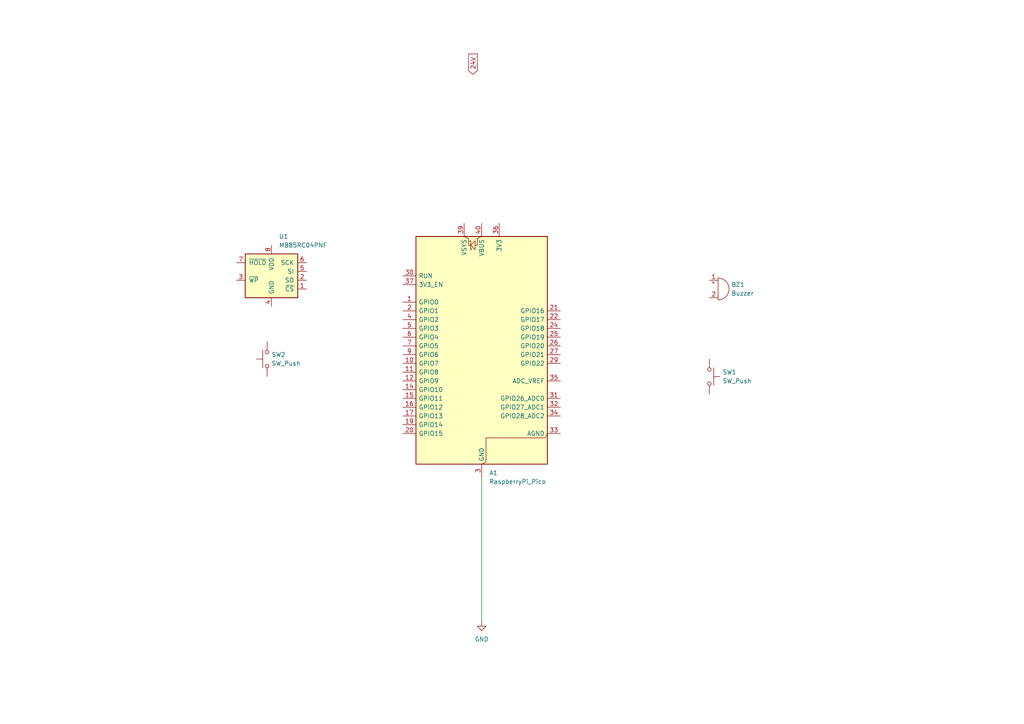
<source format=kicad_sch>
(kicad_sch (version 20250114) (generator "eeschema") (generator_version "9.0")
  (paper "A4")
  (lib_symbols
    (symbol "Device:Buzzer" (pin_names (offset 0.0254) (hide yes))
      (property "Reference" "BZ" (at 3.81 1.27 0))
      (property "Value" "Buzzer" (at 3.81 -1.27 0))
      (symbol "Buzzer_0_1"
        (polyline (pts (xy -1.651 1.905) (xy -1.143 1.905)))
        (polyline (pts (xy -1.397 2.159) (xy -1.397 1.651)))
        (arc (start 0 3.175) (mid 3.1612 0) (end 0 -3.175))
        (polyline (pts (xy 0 3.175) (xy 0 -3.175)))
      )
      (symbol "Buzzer_1_1"
        (pin passive line (at -2.54 2.54 0) (length 2.54) (name "+") (number "1"))
        (pin passive line (at -2.54 -2.54 0) (length 2.54) (name "-") (number "2"))
      )
    )
    (symbol "MCU_Module:RaspberryPi_Pico" (pin_names (offset 0.762))
      (property "Reference" "A" (at -19.05 35.56 0))
      (property "Value" "RaspberryPi_Pico" (at 7.62 35.56 0))
      (symbol "RaspberryPi_Pico_0_1"
        (rectangle (start -19.05 34.29) (end 19.05 -31.75) (stroke (width 0.254)) (fill (type background)))
        (polyline (pts (xy -5.08 34.29) (xy -3.81 33.655) (xy -3.81 31.75) (xy -3.175 31.75)))
        (polyline (pts (xy -3.429 32.766) (xy -3.429 33.02) (xy -3.175 33.02) (xy -3.175 30.48) (xy -2.921 30.48) (xy -2.921 30.734)))
        (polyline (pts (xy -3.175 31.75) (xy -1.905 33.02) (xy -1.905 30.48) (xy -3.175 31.75)))
        (polyline (pts (xy 0 34.29) (xy -1.27 33.655) (xy -1.27 31.75) (xy -1.905 31.75)))
        (polyline (pts (xy 0 -31.75) (xy 1.27 -31.115) (xy 1.27 -24.13) (xy 18.415 -24.13) (xy 19.05 -22.86)))
      )
      (symbol "RaspberryPi_Pico_1_1"
        (pin passive line (at -22.86 22.86 0) (length 3.81) (name "RUN") (number "30"))
        (pin passive line (at -22.86 20.32 0) (length 3.81) (name "3V3_EN") (number "37"))
        (pin bidirectional line (at -22.86 15.24 0) (length 3.81) (name "GPIO0") (number "1"))
        (pin bidirectional line (at -22.86 12.7 0) (length 3.81) (name "GPIO1") (number "2"))
        (pin bidirectional line (at -22.86 10.16 0) (length 3.81) (name "GPIO2") (number "4"))
        (pin bidirectional line (at -22.86 7.62 0) (length 3.81) (name "GPIO3") (number "5"))
        (pin bidirectional line (at -22.86 5.08 0) (length 3.81) (name "GPIO4") (number "6"))
        (pin bidirectional line (at -22.86 2.54 0) (length 3.81) (name "GPIO5") (number "7"))
        (pin bidirectional line (at -22.86 0 0) (length 3.81) (name "GPIO6") (number "9"))
        (pin bidirectional line (at -22.86 -2.54 0) (length 3.81) (name "GPIO7") (number "10"))
        (pin bidirectional line (at -22.86 -5.08 0) (length 3.81) (name "GPIO8") (number "11"))
        (pin bidirectional line (at -22.86 -7.62 0) (length 3.81) (name "GPIO9") (number "12"))
        (pin bidirectional line (at -22.86 -10.16 0) (length 3.81) (name "GPIO10") (number "14"))
        (pin bidirectional line (at -22.86 -12.7 0) (length 3.81) (name "GPIO11") (number "15"))
        (pin bidirectional line (at -22.86 -15.24 0) (length 3.81) (name "GPIO12") (number "16"))
        (pin bidirectional line (at -22.86 -17.78 0) (length 3.81) (name "GPIO13") (number "17"))
        (pin bidirectional line (at -22.86 -20.32 0) (length 3.81) (name "GPIO14") (number "19"))
        (pin bidirectional line (at -22.86 -22.86 0) (length 3.81) (name "GPIO15") (number "20"))
        (pin power_in line (at -5.08 38.1 270) (length 3.81) (name "VSYS") (number "39"))
        (pin power_out line (at 0 38.1 270) (length 3.81) (name "VBUS") (number "40"))
        (pin passive line (at 0 -35.56 90) (length 3.81) (hide yes) (name "GND") (number "13"))
        (pin passive line (at 0 -35.56 90) (length 3.81) (hide yes) (name "GND") (number "18"))
        (pin passive line (at 0 -35.56 90) (length 3.81) (hide yes) (name "GND") (number "23"))
        (pin passive line (at 0 -35.56 90) (length 3.81) (hide yes) (name "GND") (number "28"))
        (pin power_out line (at 0 -35.56 90) (length 3.81) (name "GND") (number "3"))
        (pin passive line (at 0 -35.56 90) (length 3.81) (hide yes) (name "GND") (number "38"))
        (pin passive line (at 0 -35.56 90) (length 3.81) (hide yes) (name "GND") (number "8"))
        (pin power_out line (at 5.08 38.1 270) (length 3.81) (name "3V3") (number "36"))
        (pin bidirectional line (at 22.86 12.7 180) (length 3.81) (name "GPIO16") (number "21"))
        (pin bidirectional line (at 22.86 10.16 180) (length 3.81) (name "GPIO17") (number "22"))
        (pin bidirectional line (at 22.86 7.62 180) (length 3.81) (name "GPIO18") (number "24"))
        (pin bidirectional line (at 22.86 5.08 180) (length 3.81) (name "GPIO19") (number "25"))
        (pin bidirectional line (at 22.86 2.54 180) (length 3.81) (name "GPIO20") (number "26"))
        (pin bidirectional line (at 22.86 0 180) (length 3.81) (name "GPIO21") (number "27"))
        (pin bidirectional line (at 22.86 -2.54 180) (length 3.81) (name "GPIO22") (number "29"))
        (pin power_in line (at 22.86 -7.62 180) (length 3.81) (name "ADC_VREF") (number "35"))
        (pin bidirectional line (at 22.86 -12.7 180) (length 3.81) (name "GPIO26_ADC0") (number "31"))
        (pin bidirectional line (at 22.86 -15.24 180) (length 3.81) (name "GPIO27_ADC1") (number "32"))
        (pin bidirectional line (at 22.86 -17.78 180) (length 3.81) (name "GPIO28_ADC2") (number "34"))
        (pin power_out line (at 22.86 -22.86 180) (length 3.81) (name "AGND") (number "33"))
      )
    )
    (symbol "Memory_NVRAM:MB85RS2MT" (pin_names (offset 1.016))
      (property "Reference" "U" (at -7.62 6.35 0))
      (property "Value" "MB85RS2MT" (at 1.27 6.35 0))
      (symbol "MB85RS2MT_0_1"
        (rectangle (start -7.62 5.08) (end 7.62 -7.62) (stroke (width 0.254)) (fill (type background)))
      )
      (symbol "MB85RS2MT_1_1"
        (pin input line (at -10.16 2.54 0) (length 2.54) (name "~{HOLD}") (number "7"))
        (pin input line (at -10.16 -2.54 0) (length 2.54) (name "~{WP}") (number "3"))
        (pin power_in line (at 0 7.62 270) (length 2.54) (name "VDD") (number "8"))
        (pin power_in line (at 0 -10.16 90) (length 2.54) (name "GND") (number "4"))
        (pin input line (at 10.16 2.54 180) (length 2.54) (name "SCK") (number "6"))
        (pin input line (at 10.16 0 180) (length 2.54) (name "SI") (number "5"))
        (pin output line (at 10.16 -2.54 180) (length 2.54) (name "SO") (number "2"))
        (pin input line (at 10.16 -5.08 180) (length 2.54) (name "~{CS}") (number "1"))
      )
    )
    (symbol "Switch:SW_Push" (pin_numbers (hide yes)) (pin_names (offset 1.016) (hide yes))
      (property "Reference" "SW" (at 1.27 2.54 0))
      (property "Value" "SW_Push" (at 0 -1.524 0))
      (symbol "SW_Push_0_1"
        (circle (center -2.032 0) (radius 0.508))
        (polyline (pts (xy 0 1.27) (xy 0 3.048)))
        (circle (center 2.032 0) (radius 0.508))
        (polyline (pts (xy 2.54 1.27) (xy -2.54 1.27)))
        (pin passive line (at -5.08 0 0) (length 2.54) (name "1") (number "1"))
        (pin passive line (at 5.08 0 180) (length 2.54) (name "2") (number "2"))
      )
    )
    (symbol "power:GND" (power) (pin_numbers (hide yes)) (pin_names (offset 0) (hide yes))
      (property "Value" "GND" (at 0 -3.81 0))
      (symbol "GND_0_1"
        (polyline (pts (xy 0 0) (xy 0 -1.27) (xy 1.27 -1.27) (xy 0 -2.54) (xy -1.27 -1.27) (xy 0 -1.27)))
      )
      (symbol "GND_1_1"
        (pin power_in line (at 0 0 270) (length 0) (name "~") (number "1"))
      )
    )
  )
  (wire (pts (xy 139.7 138.43) (xy 139.7 180.34)))
  (global_label "24V" (shape input) (at 137.16 21.59 90) (property "Intersheetrefs" "${INTERSHEET_REFS}" (effects (hide yes))))
  (symbol (lib_id "MCU_Module:RaspberryPi_Pico") (at 139.7 102.87 0) (unit 1)
    (property "Reference" "A1" (at 141.8433 137.16 0) (effects (justify left)))
    (property "Value" "RaspberryPi_Pico" (at 141.8433 139.7 0) (effects (justify left)))
    (property "Footprint" "Module:RaspberryPi_Pico_Common_Unspecified" (effects (hide yes)))
    (property "Datasheet" "https://datasheets.raspberrypi.com/pico/pico-datasheet.pdf" (effects (hide yes)))
    (property "Description" "Versatile and inexpensive microcontroller module powered by RP2040 dual-core Arm Cortex-M0+ processor up to 133 MHz, 264kB SRAM, 2MB QSPI flash; also supports Raspberry Pi Pico 2" (effects (hide yes)))
  )
  (symbol (lib_id "Memory_NVRAM:MB85RS2MT") (at 78.74 78.74 0) (unit 1)
    (property "Reference" "U1" (at 80.8833 68.58 0) (effects (justify left)))
    (property "Value" "MB85RC04PNF" (at 80.8833 71.12 0) (effects (justify left)))
    (property "Footprint" "Package_DIP:DIP-8_W7.62mm" (effects (hide yes)))
    (property "Datasheet" "https://www.mouser.com/datasheet/2/1113/MB85RS2MT_DS501_00023_5v0_E-2515390.pdf" (effects (hide yes)))
    (property "Description" "FeRAM memory with SPI interface, 2Mbit (256K x 8), 1.8V to 3.6V supply, DIP-8 / SOIC-8 (SOP-8, 208 mil)" (effects (hide yes)))
  )
  (symbol (lib_id "Device:Buzzer") (at 208.28 83.82 0) (unit 1)
    (property "Reference" "BZ1" (at 212.09 82.5499 0) (effects (justify left)))
    (property "Value" "Buzzer" (at 212.09 85.0899 0) (effects (justify left)))
    (property "Description" "Buzzer, polarized" (effects (hide yes)))
  )
  (symbol (lib_id "Switch:SW_Push") (at 205.74 109.22 270) (unit 1)
    (property "Reference" "SW1" (at 209.55 107.9499 90) (effects (justify left)))
    (property "Value" "SW_Push" (at 209.55 110.4899 90) (effects (justify left)))
    (property "Description" "Push button switch, generic, two pins" (effects (hide yes)))
  )
  (symbol (lib_id "Switch:SW_Push") (at 77.47 104.14 90) (unit 1)
    (property "Reference" "SW2" (at 78.74 102.8699 90) (effects (justify right)))
    (property "Value" "SW_Push" (at 78.74 105.4099 90) (effects (justify right)))
    (property "Description" "Push button switch, generic, two pins" (effects (hide yes)))
  )
  (symbol (lib_id "power:GND") (at 139.7 180.34 0) (unit 1)
    (property "Reference" "#PWR01" (effects (hide yes)))
    (property "Value" "GND" (at 139.7 185.42 0))
    (property "Description" "Power symbol creates a global label with name \"GND\" , ground" (effects (hide yes)))
  )
)
</source>
